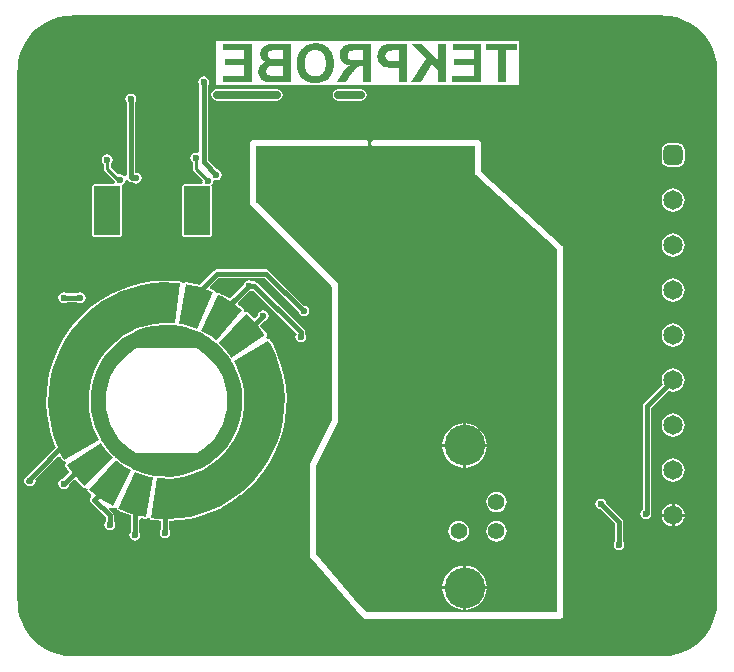
<source format=gbl>
G04*
G04 #@! TF.GenerationSoftware,Altium Limited,Altium Designer,20.0.13 (296)*
G04*
G04 Layer_Physical_Order=2*
G04 Layer_Color=16711680*
%FSLAX25Y25*%
%MOIN*%
G70*
G01*
G75*
%ADD16C,0.03937*%
%ADD42C,0.00945*%
%ADD43C,0.02500*%
%ADD45C,0.01500*%
%ADD47C,0.05591*%
%ADD48C,0.13583*%
%ADD49C,0.06496*%
G04:AMPARAMS|DCode=50|XSize=64.96mil|YSize=64.96mil|CornerRadius=16.24mil|HoleSize=0mil|Usage=FLASHONLY|Rotation=270.000|XOffset=0mil|YOffset=0mil|HoleType=Round|Shape=RoundedRectangle|*
%AMROUNDEDRECTD50*
21,1,0.06496,0.03248,0,0,270.0*
21,1,0.03248,0.06496,0,0,270.0*
1,1,0.03248,-0.01624,-0.01624*
1,1,0.03248,-0.01624,0.01624*
1,1,0.03248,0.01624,0.01624*
1,1,0.03248,0.01624,-0.01624*
%
%ADD50ROUNDEDRECTD50*%
%ADD51C,0.23622*%
%ADD52C,0.01968*%
%ADD53C,0.02362*%
G36*
X215739Y215016D02*
X216538Y215016D01*
Y215006D01*
X216539Y215006D01*
X217324Y214973D01*
X218911Y214869D01*
X221242Y214405D01*
X223493Y213641D01*
X225624Y212590D01*
X227601Y211269D01*
X229387Y209702D01*
X230955Y207916D01*
X232275Y205939D01*
X233326Y203808D01*
X234090Y201557D01*
X234554Y199226D01*
X234658Y197640D01*
X234691Y196853D01*
X234691Y196853D01*
X234701D01*
X234701Y196054D01*
Y20481D01*
X234701Y19713D01*
X234693Y19705D01*
X234691Y19695D01*
X234691Y19695D01*
Y19689D01*
X234669Y19169D01*
X234658Y18895D01*
X234554Y17309D01*
X234090Y14978D01*
X233326Y12728D01*
X232275Y10596D01*
X230955Y8620D01*
X229387Y6833D01*
X227601Y5266D01*
X225624Y3946D01*
X223493Y2894D01*
X221242Y2130D01*
X218911Y1667D01*
X217325Y1563D01*
X216539Y1529D01*
X216538Y1529D01*
Y1520D01*
X20471D01*
X19682Y1520D01*
Y1529D01*
X19672Y1528D01*
X18889Y1563D01*
X17309Y1667D01*
X14978Y2130D01*
X12728Y2894D01*
X10596Y3946D01*
X8620Y5266D01*
X6833Y6833D01*
X5266Y8620D01*
X3946Y10596D01*
X2894Y12728D01*
X2130Y14978D01*
X1667Y17309D01*
X1563Y18896D01*
X1529Y19682D01*
X1529Y19682D01*
X1520D01*
X1520Y196054D01*
X1520Y196853D01*
X1529D01*
X1529Y196853D01*
X1563Y197640D01*
X1667Y199226D01*
X2130Y201557D01*
X2894Y203808D01*
X3946Y205939D01*
X5266Y207916D01*
X6833Y209702D01*
X8620Y211269D01*
X10596Y212590D01*
X12728Y213641D01*
X14978Y214405D01*
X17309Y214869D01*
X18889Y214972D01*
X19672Y215008D01*
X19682Y215006D01*
Y215016D01*
X20471Y215016D01*
X215739D01*
D02*
G37*
%LPC*%
G36*
X168600Y206378D02*
X67801D01*
Y191900D01*
X168600D01*
Y206378D01*
D02*
G37*
G36*
X116000Y190386D02*
X108500D01*
X107778Y190243D01*
X107166Y189834D01*
X106757Y189222D01*
X106614Y188500D01*
X106757Y187778D01*
X107166Y187166D01*
X107778Y186757D01*
X108500Y186614D01*
X116000D01*
X116722Y186757D01*
X117334Y187166D01*
X117743Y187778D01*
X117886Y188500D01*
X117743Y189222D01*
X117334Y189834D01*
X116722Y190243D01*
X116000Y190386D01*
D02*
G37*
G36*
X68000Y190517D02*
X67278Y190374D01*
X66666Y189965D01*
X66257Y189353D01*
X66114Y188631D01*
Y188500D01*
X66257Y187778D01*
X66666Y187166D01*
X67278Y186757D01*
X68000Y186614D01*
X88000D01*
X88722Y186757D01*
X89334Y187166D01*
X89743Y187778D01*
X89886Y188500D01*
X89743Y189222D01*
X89334Y189834D01*
X88722Y190243D01*
X88000Y190386D01*
X68659D01*
X68000Y190517D01*
D02*
G37*
G36*
X63541Y194750D02*
X62846Y194611D01*
X62257Y194218D01*
X61863Y193629D01*
X61725Y192934D01*
X61863Y192239D01*
X62164Y191788D01*
Y169753D01*
X61364Y169244D01*
X61000Y169316D01*
X60305Y169178D01*
X59716Y168784D01*
X59322Y168195D01*
X59184Y167500D01*
X59322Y166805D01*
X59716Y166216D01*
X59907Y166088D01*
Y164000D01*
X59907Y164000D01*
X59990Y163582D01*
X60227Y163227D01*
X63229Y160225D01*
X63184Y160000D01*
X63252Y159657D01*
X62732Y158857D01*
X57054Y158857D01*
X56595Y158667D01*
X56405Y158208D01*
X56405Y141716D01*
X56595Y141257D01*
X57054Y141066D01*
X65695D01*
X66154Y141257D01*
X66344Y141716D01*
X66344Y158208D01*
X66167Y158637D01*
X66284Y158716D01*
X66678Y159305D01*
X66729Y159565D01*
X67012Y160036D01*
X67598Y160145D01*
X67827Y160100D01*
X68522Y160238D01*
X69111Y160632D01*
X69505Y161221D01*
X69643Y161916D01*
X69505Y162611D01*
X69111Y163200D01*
X68522Y163594D01*
X67990Y163699D01*
X64917Y166772D01*
Y191788D01*
X65219Y192239D01*
X65357Y192934D01*
X65219Y193629D01*
X64825Y194218D01*
X64236Y194611D01*
X63541Y194750D01*
D02*
G37*
G36*
X221715Y172392D02*
X218466D01*
X217599Y172219D01*
X216863Y171727D01*
X216372Y170992D01*
X216199Y170124D01*
Y166876D01*
X216372Y166008D01*
X216863Y165273D01*
X217599Y164781D01*
X218466Y164608D01*
X221715D01*
X222582Y164781D01*
X223318Y165273D01*
X223810Y166008D01*
X223982Y166876D01*
Y170124D01*
X223810Y170992D01*
X223318Y171727D01*
X222582Y172219D01*
X221715Y172392D01*
D02*
G37*
G36*
X39261Y188927D02*
X38566Y188789D01*
X37977Y188395D01*
X37584Y187806D01*
X37445Y187111D01*
X37584Y186416D01*
X37885Y185965D01*
Y161701D01*
X37085Y161458D01*
X37034Y161534D01*
X36445Y161928D01*
X35750Y162066D01*
X35108Y161938D01*
X32594Y164453D01*
Y165671D01*
X32660Y165716D01*
X33054Y166305D01*
X33192Y167000D01*
X33054Y167695D01*
X32660Y168284D01*
X32071Y168678D01*
X31376Y168816D01*
X30681Y168678D01*
X30092Y168284D01*
X29699Y167695D01*
X29560Y167000D01*
X29699Y166305D01*
X30092Y165716D01*
X30406Y165506D01*
Y164000D01*
X30406Y164000D01*
X30490Y163582D01*
X30727Y163227D01*
X33991Y159962D01*
X34052Y159657D01*
X33973Y159416D01*
X33576Y158857D01*
X27054Y158857D01*
X26595Y158667D01*
X26405Y158208D01*
X26405Y141716D01*
X26595Y141257D01*
X27054Y141066D01*
X35695D01*
X36154Y141257D01*
X36344Y141716D01*
X36344Y158208D01*
X36303Y158307D01*
X36445Y158572D01*
X37034Y158966D01*
X37428Y159555D01*
X37496Y159899D01*
X38081Y160087D01*
X38350Y160091D01*
X38677Y159765D01*
X39123Y159467D01*
X39650Y159362D01*
X39893D01*
X40344Y159061D01*
X41039Y158922D01*
X41734Y159061D01*
X42323Y159454D01*
X42717Y160043D01*
X42855Y160738D01*
X42717Y161433D01*
X42323Y162022D01*
X41734Y162416D01*
X41039Y162554D01*
X40638Y162883D01*
Y185965D01*
X40939Y186416D01*
X41077Y187111D01*
X40939Y187806D01*
X40545Y188395D01*
X39956Y188789D01*
X39261Y188927D01*
D02*
G37*
G36*
X220091Y157381D02*
X219086Y157249D01*
X218150Y156861D01*
X217346Y156244D01*
X216729Y155441D01*
X216342Y154505D01*
X216209Y153500D01*
X216342Y152496D01*
X216729Y151559D01*
X217346Y150756D01*
X218150Y150139D01*
X219086Y149751D01*
X220091Y149619D01*
X221095Y149751D01*
X222031Y150139D01*
X222835Y150756D01*
X223452Y151559D01*
X223839Y152496D01*
X223972Y153500D01*
X223839Y154505D01*
X223452Y155441D01*
X222835Y156244D01*
X222031Y156861D01*
X221095Y157249D01*
X220091Y157381D01*
D02*
G37*
G36*
Y142381D02*
X219086Y142249D01*
X218150Y141861D01*
X217346Y141244D01*
X216729Y140441D01*
X216342Y139505D01*
X216209Y138500D01*
X216342Y137496D01*
X216729Y136559D01*
X217346Y135756D01*
X218150Y135139D01*
X219086Y134751D01*
X220091Y134619D01*
X221095Y134751D01*
X222031Y135139D01*
X222835Y135756D01*
X223452Y136559D01*
X223839Y137496D01*
X223972Y138500D01*
X223839Y139505D01*
X223452Y140441D01*
X222835Y141244D01*
X222031Y141861D01*
X221095Y142249D01*
X220091Y142381D01*
D02*
G37*
G36*
X22500Y122816D02*
X21805Y122678D01*
X21354Y122376D01*
X18146D01*
X17695Y122678D01*
X17000Y122816D01*
X16305Y122678D01*
X15716Y122284D01*
X15322Y121695D01*
X15184Y121000D01*
X15322Y120305D01*
X15716Y119716D01*
X16305Y119322D01*
X17000Y119184D01*
X17695Y119322D01*
X18146Y119623D01*
X21354D01*
X21805Y119322D01*
X22500Y119184D01*
X23195Y119322D01*
X23784Y119716D01*
X24178Y120305D01*
X24316Y121000D01*
X24178Y121695D01*
X23784Y122284D01*
X23195Y122678D01*
X22500Y122816D01*
D02*
G37*
G36*
X220091Y127381D02*
X219086Y127249D01*
X218150Y126861D01*
X217346Y126244D01*
X216729Y125441D01*
X216342Y124504D01*
X216209Y123500D01*
X216342Y122495D01*
X216729Y121559D01*
X217346Y120756D01*
X218150Y120139D01*
X219086Y119751D01*
X220091Y119619D01*
X221095Y119751D01*
X222031Y120139D01*
X222835Y120756D01*
X223452Y121559D01*
X223839Y122495D01*
X223972Y123500D01*
X223839Y124504D01*
X223452Y125441D01*
X222835Y126244D01*
X222031Y126861D01*
X221095Y127249D01*
X220091Y127381D01*
D02*
G37*
G36*
X67917Y130377D02*
X67391Y130272D01*
X66944Y129973D01*
X66944Y129973D01*
X62112Y125141D01*
X61310Y125376D01*
X61289Y125374D01*
X61272Y125386D01*
X58967Y125914D01*
X58947Y125910D01*
X58929Y125921D01*
X57780Y126113D01*
X57763Y126116D01*
X57762Y126116D01*
X57762Y126116D01*
X57762Y126116D01*
X57762Y126116D01*
X57757Y126117D01*
X57757Y126117D01*
X57651Y126092D01*
X57625Y126103D01*
X57601Y126093D01*
X57504Y126109D01*
X57504Y126109D01*
X57494Y126106D01*
X57494Y126106D01*
X57485Y126100D01*
X57485Y126100D01*
X57389Y126031D01*
X57266Y126003D01*
X57263Y126002D01*
X57263Y126002D01*
X57255Y125996D01*
X57255Y125996D01*
X57249Y125987D01*
X57248Y125987D01*
X57214Y125933D01*
X57166Y125912D01*
X57142Y125855D01*
X57089Y125817D01*
X56298Y125895D01*
X56280Y125897D01*
X56270Y125921D01*
X56211Y126127D01*
X56177Y126146D01*
X56161Y126183D01*
X55964Y126265D01*
Y126265D01*
X55946Y126275D01*
X55777Y126369D01*
X53977Y126577D01*
X53947Y126568D01*
X53918Y126581D01*
X50295Y126665D01*
X50266Y126653D01*
X50235Y126663D01*
X46621Y126414D01*
X46592Y126400D01*
X46561Y126407D01*
X42985Y125827D01*
X42958Y125811D01*
X42926Y125815D01*
X39418Y124909D01*
X39393Y124890D01*
X39361Y124891D01*
X35951Y123667D01*
X35927Y123645D01*
X35896Y123644D01*
X32612Y122111D01*
X32591Y122088D01*
X32560Y122084D01*
X29431Y120256D01*
X29412Y120231D01*
X29381Y120224D01*
X26433Y118116D01*
X26416Y118089D01*
X26386Y118079D01*
X23645Y115710D01*
X23630Y115682D01*
X23601Y115669D01*
X21089Y113058D01*
X21077Y113029D01*
X21049Y113014D01*
X18788Y110183D01*
X18779Y110153D01*
X18752Y110135D01*
X16760Y107108D01*
X16754Y107077D01*
X16729Y107057D01*
X15023Y103861D01*
X15020Y103829D01*
X14997Y103807D01*
X13592Y100467D01*
X13592Y100435D01*
X13571Y100411D01*
X12479Y96956D01*
X12481Y96925D01*
X12463Y96899D01*
X11692Y93358D01*
X11698Y93327D01*
X11682Y93300D01*
X11240Y89703D01*
X11248Y89673D01*
X11235Y89644D01*
X11125Y86022D01*
X11136Y85992D01*
X11126Y85962D01*
X11349Y82346D01*
X11363Y82317D01*
X11355Y82286D01*
X11909Y78706D01*
X11925Y78679D01*
X11921Y78647D01*
X12801Y75132D01*
X12820Y75107D01*
X12818Y75075D01*
X14018Y71656D01*
X14039Y71632D01*
X14040Y71601D01*
X14272Y71095D01*
X4538Y61361D01*
X4430Y61289D01*
X4358Y61181D01*
X4141Y60964D01*
X3843Y60518D01*
X3738Y59991D01*
X3843Y59464D01*
X4141Y59018D01*
X4306Y58908D01*
X4430Y58721D01*
X5020Y58327D01*
X5714Y58189D01*
X6409Y58327D01*
X6999Y58721D01*
X7392Y59310D01*
X7530Y60005D01*
X7455Y60385D01*
X14898Y67828D01*
X15897Y67695D01*
X16478Y66682D01*
X16872Y66379D01*
X17196Y66421D01*
X17223Y66391D01*
X17602Y65768D01*
X17616Y65730D01*
X17430Y65462D01*
X17518Y64973D01*
X18151Y63988D01*
X18168Y63976D01*
X18173Y63956D01*
X18948Y62895D01*
X16837Y60784D01*
X16305Y60678D01*
X15716Y60284D01*
X15322Y59695D01*
X15184Y59000D01*
X15322Y58305D01*
X15716Y57716D01*
X16305Y57322D01*
X17000Y57184D01*
X17695Y57322D01*
X18284Y57716D01*
X18678Y58305D01*
X18784Y58837D01*
X20244Y60298D01*
X20793Y60272D01*
X21183Y60105D01*
X22687Y58489D01*
X22706Y58480D01*
X22715Y58461D01*
X23561Y57654D01*
X23695Y57602D01*
X23787Y57566D01*
X23787D01*
X24010Y57474D01*
X24017Y57477D01*
X24025Y57474D01*
X24325Y57603D01*
X24348Y57589D01*
X24846Y57149D01*
X24918Y57051D01*
X24820Y56753D01*
X24895Y56605D01*
X25043Y56309D01*
X25895Y55575D01*
X25973Y55467D01*
X26063Y55257D01*
X26104Y54652D01*
X26027Y54575D01*
X25728Y54128D01*
X25624Y53601D01*
X25728Y53075D01*
X26027Y52628D01*
X30864Y47790D01*
Y46405D01*
X30563Y45954D01*
X30425Y45259D01*
X30563Y44564D01*
X30957Y43975D01*
X31546Y43581D01*
X32241Y43443D01*
X32936Y43581D01*
X33525Y43975D01*
X33919Y44564D01*
X34057Y45259D01*
X33919Y45954D01*
X33617Y46405D01*
Y48360D01*
X33512Y48887D01*
X33214Y49334D01*
X33214Y49334D01*
X31948Y50600D01*
X32424Y51255D01*
X33066Y50930D01*
X33218Y50918D01*
X33360Y50859D01*
X33360Y50859D01*
X33457Y50899D01*
X33561Y50891D01*
X33677Y50991D01*
X33782Y51034D01*
X33782Y51034D01*
X34538Y50723D01*
X34538Y50723D01*
X34530Y50429D01*
X34872Y50069D01*
X35957Y49584D01*
X35978Y49584D01*
X35993Y49570D01*
X38218Y48734D01*
X38239Y48734D01*
X38255Y48721D01*
X39278Y48406D01*
Y42958D01*
X38976Y42507D01*
X38838Y41812D01*
X38976Y41117D01*
X39370Y40528D01*
X39959Y40134D01*
X40654Y39996D01*
X41349Y40134D01*
X41938Y40528D01*
X42332Y41117D01*
X42470Y41812D01*
X42332Y42507D01*
X42031Y42958D01*
Y47006D01*
X42660Y47500D01*
X42873Y47449D01*
X42893Y47452D01*
X42911Y47440D01*
X43917Y47259D01*
X44080Y47230D01*
X44081Y47230D01*
X44140Y47243D01*
X44196Y47219D01*
X44376Y47294D01*
X44566Y47335D01*
X44566Y47335D01*
X44599Y47386D01*
X44655Y47409D01*
X45433Y47512D01*
X45504Y47501D01*
X45542Y47486D01*
X45627Y47171D01*
X46058Y46924D01*
X47877Y46689D01*
X47908Y46698D01*
X47937Y46684D01*
X49296Y46636D01*
Y43725D01*
X48994Y43273D01*
X48856Y42579D01*
X48994Y41884D01*
X49388Y41295D01*
X49977Y40901D01*
X50672Y40763D01*
X51367Y40901D01*
X51956Y41295D01*
X52350Y41884D01*
X52488Y42579D01*
X52350Y43273D01*
X52049Y43725D01*
Y46578D01*
X55323Y46767D01*
X55352Y46781D01*
X55383Y46774D01*
X59009Y47325D01*
X59036Y47341D01*
X59068Y47337D01*
X62627Y48223D01*
X62653Y48242D01*
X62685Y48240D01*
X66146Y49453D01*
X66170Y49474D01*
X66202Y49475D01*
X69535Y51004D01*
X69557Y51028D01*
X69589Y51032D01*
X72765Y52864D01*
X72785Y52890D01*
X72816Y52897D01*
X75809Y55017D01*
X75826Y55044D01*
X75857Y55054D01*
X78639Y57443D01*
X78654Y57471D01*
X78683Y57484D01*
X81232Y60121D01*
X81243Y60151D01*
X81272Y60166D01*
X83564Y63029D01*
X83573Y63060D01*
X83600Y63078D01*
X85616Y66141D01*
X85622Y66172D01*
X85647Y66193D01*
X87370Y69430D01*
X87373Y69462D01*
X87396Y69485D01*
X88810Y72868D01*
X88810Y72900D01*
X88831Y72925D01*
X89925Y76425D01*
X89922Y76457D01*
X89941Y76484D01*
X90705Y80070D01*
X90699Y80102D01*
X90714Y80130D01*
X91142Y83772D01*
X91133Y83803D01*
X91146Y83833D01*
X91233Y87499D01*
X91221Y87529D01*
X91232Y87559D01*
X90977Y91217D01*
X90963Y91246D01*
X90970Y91277D01*
X90377Y94897D01*
X90360Y94924D01*
X90365Y94956D01*
X89438Y98504D01*
X89418Y98529D01*
X89420Y98562D01*
X88167Y102008D01*
X88145Y102032D01*
X88144Y102064D01*
X86576Y105379D01*
X86552Y105401D01*
X86548Y105433D01*
X85613Y107010D01*
Y107010D01*
X85546Y107061D01*
X85514Y107138D01*
X85354Y107205D01*
X85215Y107308D01*
X85132Y107296D01*
X85054Y107329D01*
X84895Y107262D01*
X84892Y107262D01*
X84878Y107277D01*
X84500Y107965D01*
X84540Y108062D01*
X84645Y108218D01*
X84632Y108284D01*
X84658Y108347D01*
X84587Y108521D01*
X84551Y108706D01*
X83894Y109698D01*
X83876Y109710D01*
X83871Y109730D01*
X82439Y111632D01*
X82785Y112338D01*
X83663Y113216D01*
X84195Y113322D01*
X84784Y113716D01*
X85178Y114305D01*
X85316Y115000D01*
X85178Y115695D01*
X84784Y116284D01*
X84195Y116678D01*
X83500Y116816D01*
X82805Y116678D01*
X82216Y116284D01*
X81822Y115695D01*
X81716Y115163D01*
X80862Y114309D01*
X80063Y114317D01*
X79194Y115220D01*
X79174Y115228D01*
X79166Y115247D01*
X78290Y116054D01*
X77823Y116225D01*
X77485Y116068D01*
X77363Y116140D01*
X77047Y116400D01*
X76876Y116601D01*
X76909Y116705D01*
X76978Y116928D01*
X76978Y116929D01*
X76978Y116929D01*
X76860Y117154D01*
X76747Y117368D01*
X76747Y117368D01*
X76747Y117369D01*
X75848Y118116D01*
X75828Y118122D01*
X75817Y118140D01*
X75089Y118675D01*
X75029Y119473D01*
X78756Y123200D01*
X79288Y123306D01*
X79739Y123608D01*
X79946D01*
X94555Y108998D01*
Y108989D01*
X94254Y108538D01*
X94116Y107843D01*
X94254Y107148D01*
X94648Y106559D01*
X95237Y106166D01*
X95932Y106027D01*
X96627Y106166D01*
X97216Y106559D01*
X97609Y107148D01*
X97748Y107843D01*
X97609Y108538D01*
X97308Y108989D01*
Y109568D01*
X97203Y110095D01*
X96905Y110542D01*
X81489Y125957D01*
X81043Y126256D01*
X80516Y126360D01*
X79739D01*
X79288Y126662D01*
X78593Y126800D01*
X77898Y126662D01*
X77309Y126268D01*
X76915Y125679D01*
X76809Y125147D01*
X72641Y120979D01*
X71905Y120839D01*
X69870Y121991D01*
X69849Y121994D01*
X69835Y122009D01*
X68785Y122524D01*
X68785Y122524D01*
X68785Y122524D01*
X68637Y122534D01*
X68499Y122591D01*
X68499Y122590D01*
X68398Y122549D01*
X68289Y122556D01*
X68289Y122555D01*
X68289Y122555D01*
X68177Y122457D01*
X68084Y122419D01*
X67457Y122723D01*
X67377Y122797D01*
X67374Y122800D01*
X67374Y122806D01*
X67328Y122915D01*
X67332Y123012D01*
X67325Y123019D01*
X67325Y123028D01*
X67325Y123028D01*
X67325Y123050D01*
X67321Y123060D01*
X67231Y123150D01*
X67183Y123268D01*
X67176Y123275D01*
Y123275D01*
X67058Y123325D01*
X66969Y123417D01*
X66965Y123419D01*
X66965Y123419D01*
X65878Y123885D01*
X65724Y124052D01*
X65576Y124712D01*
X68488Y127624D01*
X83930D01*
X95216Y116337D01*
X95322Y115805D01*
X95716Y115216D01*
X96305Y114822D01*
X97000Y114684D01*
X97695Y114822D01*
X98284Y115216D01*
X98678Y115805D01*
X98816Y116500D01*
X98678Y117195D01*
X98284Y117784D01*
X97695Y118178D01*
X97163Y118284D01*
X85473Y129973D01*
X85027Y130272D01*
X84500Y130376D01*
X67917D01*
X67917Y130377D01*
D02*
G37*
G36*
X220091Y112381D02*
X219086Y112249D01*
X218150Y111861D01*
X217346Y111244D01*
X216729Y110441D01*
X216342Y109504D01*
X216209Y108500D01*
X216342Y107495D01*
X216729Y106559D01*
X217346Y105756D01*
X218150Y105139D01*
X219086Y104751D01*
X220091Y104619D01*
X221095Y104751D01*
X222031Y105139D01*
X222835Y105756D01*
X223452Y106559D01*
X223839Y107495D01*
X223972Y108500D01*
X223839Y109504D01*
X223452Y110441D01*
X222835Y111244D01*
X222031Y111861D01*
X221095Y112249D01*
X220091Y112381D01*
D02*
G37*
G36*
Y97381D02*
X219086Y97249D01*
X218150Y96861D01*
X217346Y96244D01*
X216729Y95441D01*
X216342Y94504D01*
X216209Y93500D01*
X216342Y92496D01*
X216575Y91931D01*
X210431Y85787D01*
X210132Y85340D01*
X210028Y84813D01*
Y50374D01*
X209712Y50163D01*
X209318Y49574D01*
X209180Y48879D01*
X209318Y48184D01*
X209712Y47595D01*
X210301Y47201D01*
X210996Y47063D01*
X211691Y47201D01*
X212280Y47595D01*
X212674Y48184D01*
X212812Y48879D01*
X212767Y49104D01*
X212780Y49171D01*
Y84243D01*
X218522Y89985D01*
X219086Y89751D01*
X220091Y89619D01*
X221095Y89751D01*
X222031Y90139D01*
X222835Y90756D01*
X223452Y91559D01*
X223839Y92496D01*
X223972Y93500D01*
X223839Y94504D01*
X223452Y95441D01*
X222835Y96244D01*
X222031Y96861D01*
X221095Y97249D01*
X220091Y97381D01*
D02*
G37*
G36*
Y82381D02*
X219086Y82249D01*
X218150Y81861D01*
X217346Y81244D01*
X216729Y80441D01*
X216342Y79505D01*
X216209Y78500D01*
X216342Y77495D01*
X216729Y76559D01*
X217346Y75756D01*
X218150Y75139D01*
X219086Y74751D01*
X220091Y74619D01*
X221095Y74751D01*
X222031Y75139D01*
X222835Y75756D01*
X223452Y76559D01*
X223839Y77495D01*
X223972Y78500D01*
X223839Y79505D01*
X223452Y80441D01*
X222835Y81244D01*
X222031Y81861D01*
X221095Y82249D01*
X220091Y82381D01*
D02*
G37*
G36*
X151035Y79079D02*
Y72201D01*
X157913D01*
X157820Y73150D01*
X157397Y74543D01*
X156711Y75827D01*
X155787Y76952D01*
X154662Y77876D01*
X153378Y78562D01*
X151984Y78985D01*
X151035Y79079D01*
D02*
G37*
G36*
X150035Y79079D02*
X149086Y78985D01*
X147693Y78562D01*
X146409Y77876D01*
X145284Y76952D01*
X144360Y75827D01*
X143674Y74543D01*
X143251Y73150D01*
X143158Y72201D01*
X150035D01*
Y79079D01*
D02*
G37*
G36*
Y71201D02*
X143158D01*
X143251Y70252D01*
X143674Y68858D01*
X144360Y67574D01*
X145284Y66449D01*
X146409Y65525D01*
X147693Y64839D01*
X149086Y64416D01*
X150035Y64323D01*
Y71201D01*
D02*
G37*
G36*
X157913D02*
X151035D01*
Y64323D01*
X151984Y64416D01*
X153378Y64839D01*
X154662Y65525D01*
X155787Y66449D01*
X156711Y67574D01*
X157397Y68858D01*
X157820Y70252D01*
X157913Y71201D01*
D02*
G37*
G36*
X220091Y67381D02*
X219086Y67249D01*
X218150Y66861D01*
X217346Y66244D01*
X216729Y65441D01*
X216342Y64504D01*
X216209Y63500D01*
X216342Y62495D01*
X216729Y61559D01*
X217346Y60756D01*
X218150Y60139D01*
X219086Y59751D01*
X220091Y59619D01*
X221095Y59751D01*
X222031Y60139D01*
X222835Y60756D01*
X223452Y61559D01*
X223839Y62495D01*
X223972Y63500D01*
X223839Y64504D01*
X223452Y65441D01*
X222835Y66244D01*
X222031Y66861D01*
X221095Y67249D01*
X220091Y67381D01*
D02*
G37*
G36*
X161165Y56346D02*
X160279Y56229D01*
X159453Y55887D01*
X158744Y55343D01*
X158200Y54633D01*
X157858Y53807D01*
X157741Y52921D01*
X157858Y52035D01*
X158200Y51209D01*
X158744Y50500D01*
X159453Y49955D01*
X160279Y49613D01*
X161165Y49497D01*
X162052Y49613D01*
X162878Y49955D01*
X163587Y50500D01*
X164131Y51209D01*
X164473Y52035D01*
X164590Y52921D01*
X164473Y53807D01*
X164131Y54633D01*
X163587Y55343D01*
X162878Y55887D01*
X162052Y56229D01*
X161165Y56346D01*
D02*
G37*
G36*
X220590Y52315D02*
Y49000D01*
X223906D01*
X223839Y49505D01*
X223452Y50441D01*
X222835Y51244D01*
X222031Y51861D01*
X221095Y52249D01*
X220590Y52315D01*
D02*
G37*
G36*
X219590Y52315D02*
X219086Y52249D01*
X218150Y51861D01*
X217346Y51244D01*
X216729Y50441D01*
X216342Y49505D01*
X216275Y49000D01*
X219590D01*
Y52315D01*
D02*
G37*
G36*
Y48000D02*
X216275D01*
X216342Y47495D01*
X216729Y46559D01*
X217346Y45756D01*
X218150Y45139D01*
X219086Y44751D01*
X219590Y44685D01*
Y48000D01*
D02*
G37*
G36*
X223906D02*
X220590D01*
Y44685D01*
X221095Y44751D01*
X222031Y45139D01*
X222835Y45756D01*
X223452Y46559D01*
X223839Y47495D01*
X223906Y48000D01*
D02*
G37*
G36*
X161165Y46503D02*
X160279Y46387D01*
X159453Y46044D01*
X158744Y45500D01*
X158200Y44791D01*
X157858Y43965D01*
X157741Y43079D01*
X157858Y42192D01*
X158200Y41366D01*
X158744Y40657D01*
X159453Y40113D01*
X160279Y39771D01*
X161165Y39654D01*
X162052Y39771D01*
X162878Y40113D01*
X163587Y40657D01*
X164131Y41366D01*
X164473Y42192D01*
X164590Y43079D01*
X164473Y43965D01*
X164131Y44791D01*
X163587Y45500D01*
X162878Y46044D01*
X162052Y46387D01*
X161165Y46503D01*
D02*
G37*
G36*
X148567D02*
X147681Y46387D01*
X146855Y46044D01*
X146145Y45500D01*
X145601Y44791D01*
X145259Y43965D01*
X145142Y43079D01*
X145259Y42192D01*
X145601Y41366D01*
X146145Y40657D01*
X146855Y40113D01*
X147681Y39771D01*
X148567Y39654D01*
X149453Y39771D01*
X150279Y40113D01*
X150988Y40657D01*
X151533Y41366D01*
X151875Y42192D01*
X151991Y43079D01*
X151875Y43965D01*
X151533Y44791D01*
X150988Y45500D01*
X150279Y46044D01*
X149453Y46387D01*
X148567Y46503D01*
D02*
G37*
G36*
X195941Y54007D02*
X195246Y53869D01*
X194657Y53475D01*
X194263Y52886D01*
X194125Y52191D01*
X194263Y51496D01*
X194657Y50907D01*
X195246Y50513D01*
X195892Y50384D01*
X200634Y45642D01*
Y39765D01*
X200333Y39314D01*
X200195Y38619D01*
X200333Y37924D01*
X200727Y37335D01*
X201316Y36941D01*
X202011Y36803D01*
X202706Y36941D01*
X203295Y37335D01*
X203689Y37924D01*
X203827Y38619D01*
X203689Y39314D01*
X203387Y39765D01*
Y46212D01*
X203282Y46739D01*
X202984Y47186D01*
X197701Y52468D01*
X197618Y52886D01*
X197225Y53475D01*
X196635Y53869D01*
X195941Y54007D01*
D02*
G37*
G36*
X151035Y31677D02*
Y24799D01*
X157913D01*
X157820Y25748D01*
X157397Y27141D01*
X156711Y28425D01*
X155787Y29551D01*
X154662Y30474D01*
X153378Y31161D01*
X151984Y31583D01*
X151035Y31677D01*
D02*
G37*
G36*
X150035D02*
X149086Y31583D01*
X147693Y31161D01*
X146409Y30474D01*
X145284Y29551D01*
X144360Y28425D01*
X143674Y27141D01*
X143251Y25748D01*
X143158Y24799D01*
X150035D01*
Y31677D01*
D02*
G37*
G36*
X157913Y23799D02*
X151035D01*
Y16921D01*
X151984Y17015D01*
X153378Y17437D01*
X154662Y18124D01*
X155787Y19047D01*
X156711Y20173D01*
X157397Y21457D01*
X157820Y22850D01*
X157913Y23799D01*
D02*
G37*
G36*
X150035D02*
X143158D01*
X143251Y22850D01*
X143674Y21457D01*
X144360Y20173D01*
X145284Y19047D01*
X146409Y18124D01*
X147693Y17437D01*
X149086Y17015D01*
X150035Y16921D01*
Y23799D01*
D02*
G37*
G36*
X155000Y173520D02*
X120394D01*
X120003Y173442D01*
X119673Y173221D01*
X119452Y172890D01*
X119374Y172500D01*
X119452Y172110D01*
X119673Y171779D01*
X120003Y171558D01*
X120394Y171480D01*
X153980D01*
Y162500D01*
X153985Y162476D01*
X153982Y162452D01*
X154024Y162282D01*
X154058Y162110D01*
X154072Y162089D01*
X154078Y162065D01*
X154182Y161925D01*
X154279Y161779D01*
X154299Y161765D01*
X154314Y161746D01*
X181480Y137049D01*
Y16020D01*
X117922D01*
X115749Y18193D01*
X101020Y35377D01*
Y64759D01*
X108412Y79544D01*
X108422Y79579D01*
X108442Y79610D01*
X108474Y79770D01*
X108517Y79928D01*
X108512Y79964D01*
X108520Y80000D01*
Y125000D01*
X108442Y125390D01*
X108221Y125721D01*
X81020Y152922D01*
Y171480D01*
X117500D01*
X117890Y171558D01*
X118221Y171779D01*
X118442Y172110D01*
X118520Y172500D01*
X118442Y172890D01*
X118221Y173221D01*
X117890Y173442D01*
X117500Y173520D01*
X80000D01*
X79610Y173442D01*
X79279Y173221D01*
X79058Y172890D01*
X78980Y172500D01*
Y152500D01*
X79058Y152110D01*
X79279Y151779D01*
X106480Y124578D01*
Y80241D01*
X99088Y65456D01*
X99078Y65421D01*
X99058Y65390D01*
X99026Y65230D01*
X98983Y65072D01*
X98988Y65036D01*
X98980Y65000D01*
Y35000D01*
X99012Y34843D01*
X99031Y34683D01*
X99050Y34649D01*
X99058Y34610D01*
X99147Y34476D01*
X99226Y34337D01*
X114226Y16837D01*
X114257Y16812D01*
X114279Y16779D01*
X116779Y14279D01*
X117110Y14058D01*
X117500Y13980D01*
X182500D01*
X182890Y14058D01*
X183221Y14279D01*
X183442Y14610D01*
X183520Y15000D01*
Y137500D01*
X183515Y137524D01*
X183518Y137548D01*
X183476Y137718D01*
X183442Y137890D01*
X183428Y137911D01*
X183422Y137935D01*
X183318Y138075D01*
X183221Y138221D01*
X183201Y138235D01*
X183186Y138254D01*
X156020Y162951D01*
Y172500D01*
X155942Y172890D01*
X155721Y173221D01*
X155390Y173442D01*
X155000Y173520D01*
D02*
G37*
%LPD*%
G36*
X144226Y192733D02*
X141644D01*
Y196598D01*
X139545Y198748D01*
X136013Y192733D01*
X132664D01*
X137762Y200563D01*
X132914Y205545D01*
X136396D01*
X141644Y199847D01*
Y205545D01*
X144226D01*
Y192733D01*
D02*
G37*
G36*
X168000Y203379D02*
X164201D01*
Y192733D01*
X161619D01*
Y203379D01*
X157837D01*
Y205545D01*
X168000D01*
Y203379D01*
D02*
G37*
G36*
X156155Y192733D02*
X146425D01*
Y194899D01*
X153572D01*
Y198381D01*
X147158D01*
Y200547D01*
X153572D01*
Y203379D01*
X146675D01*
Y205545D01*
X156155D01*
Y192733D01*
D02*
G37*
G36*
X131298D02*
X128716D01*
Y197565D01*
X126716D01*
X126417Y197581D01*
X126133D01*
X125883Y197598D01*
X125634Y197615D01*
X125417Y197631D01*
X125217Y197648D01*
X125050Y197665D01*
X124884Y197681D01*
X124751Y197698D01*
X124634D01*
X124534Y197715D01*
X124467Y197731D01*
X124417Y197748D01*
X124367D01*
X124118Y197815D01*
X123868Y197898D01*
X123651Y197998D01*
X123451Y198098D01*
X123268Y198198D01*
X123151Y198281D01*
X123068Y198331D01*
X123035Y198348D01*
X122801Y198531D01*
X122585Y198748D01*
X122402Y198947D01*
X122235Y199164D01*
X122102Y199331D01*
X122018Y199480D01*
X121952Y199581D01*
X121935Y199597D01*
Y199614D01*
X121785Y199930D01*
X121685Y200264D01*
X121602Y200597D01*
X121552Y200913D01*
X121519Y201180D01*
Y201296D01*
X121502Y201396D01*
Y201480D01*
Y201546D01*
Y201580D01*
Y201596D01*
Y201880D01*
X121535Y202146D01*
X121619Y202629D01*
X121669Y202863D01*
X121735Y203062D01*
X121802Y203246D01*
X121869Y203429D01*
X121952Y203579D01*
X122018Y203712D01*
X122085Y203829D01*
X122135Y203929D01*
X122185Y203995D01*
X122218Y204045D01*
X122235Y204079D01*
X122252Y204095D01*
X122552Y204429D01*
X122851Y204695D01*
X123168Y204912D01*
X123451Y205078D01*
X123701Y205212D01*
X123818Y205245D01*
X123901Y205278D01*
X123984Y205311D01*
X124034Y205328D01*
X124068Y205345D01*
X124084D01*
X124234Y205378D01*
X124417Y205412D01*
X124634Y205445D01*
X124867Y205462D01*
X125367Y205495D01*
X125900Y205528D01*
X126383D01*
X126600Y205545D01*
X131298D01*
Y192733D01*
D02*
G37*
G36*
X119369D02*
X116787D01*
Y198081D01*
X115954D01*
X115688Y198064D01*
X115471Y198031D01*
X115288Y198014D01*
X115138Y197981D01*
X115055Y197948D01*
X114988Y197931D01*
X114971D01*
X114821Y197864D01*
X114671Y197781D01*
X114538Y197698D01*
X114421Y197615D01*
X114321Y197531D01*
X114255Y197465D01*
X114205Y197415D01*
X114188Y197398D01*
X114105Y197315D01*
X114022Y197215D01*
X113922Y197081D01*
X113822Y196948D01*
X113588Y196632D01*
X113372Y196315D01*
X113155Y196015D01*
X113072Y195882D01*
X112989Y195749D01*
X112922Y195649D01*
X112872Y195582D01*
X112839Y195532D01*
X112822Y195516D01*
X110956Y192733D01*
X107857D01*
X109423Y195232D01*
X109590Y195499D01*
X109757Y195749D01*
X109907Y195982D01*
X110040Y196182D01*
X110173Y196365D01*
X110306Y196532D01*
X110406Y196682D01*
X110506Y196815D01*
X110606Y196932D01*
X110690Y197031D01*
X110806Y197181D01*
X110873Y197265D01*
X110906Y197298D01*
X111123Y197515D01*
X111339Y197715D01*
X111573Y197898D01*
X111789Y198064D01*
X111989Y198198D01*
X112139Y198298D01*
X112256Y198364D01*
X112272Y198381D01*
X112289D01*
X111972Y198431D01*
X111689Y198498D01*
X111423Y198581D01*
X111173Y198664D01*
X110940Y198764D01*
X110740Y198864D01*
X110540Y198964D01*
X110373Y199064D01*
X110223Y199164D01*
X110090Y199264D01*
X109990Y199347D01*
X109907Y199414D01*
X109823Y199480D01*
X109773Y199530D01*
X109757Y199547D01*
X109740Y199564D01*
X109590Y199747D01*
X109457Y199930D01*
X109340Y200130D01*
X109240Y200330D01*
X109090Y200730D01*
X108990Y201113D01*
X108957Y201280D01*
X108940Y201446D01*
X108924Y201580D01*
X108907Y201713D01*
X108890Y201813D01*
Y201880D01*
Y201930D01*
Y201946D01*
X108907Y202363D01*
X108974Y202746D01*
X109074Y203079D01*
X109174Y203379D01*
X109274Y203629D01*
X109324Y203729D01*
X109373Y203812D01*
X109407Y203879D01*
X109440Y203929D01*
X109457Y203945D01*
Y203962D01*
X109690Y204262D01*
X109923Y204528D01*
X110173Y204745D01*
X110423Y204912D01*
X110623Y205045D01*
X110806Y205128D01*
X110873Y205162D01*
X110906Y205178D01*
X110940Y205195D01*
X110956D01*
X111139Y205262D01*
X111339Y205311D01*
X111573Y205362D01*
X111806Y205395D01*
X112306Y205462D01*
X112789Y205495D01*
X113022Y205511D01*
X113239Y205528D01*
X113438D01*
X113605Y205545D01*
X119369D01*
Y192733D01*
D02*
G37*
G36*
X92530D02*
X87732D01*
X87332Y192750D01*
X86649D01*
X86366Y192767D01*
X85883D01*
X85700Y192783D01*
X85533D01*
X85400Y192800D01*
X85200D01*
X85133Y192816D01*
X85066D01*
X84700Y192883D01*
X84367Y192966D01*
X84067Y193050D01*
X83817Y193166D01*
X83617Y193250D01*
X83451Y193333D01*
X83367Y193400D01*
X83334Y193416D01*
X83084Y193616D01*
X82851Y193833D01*
X82667Y194049D01*
X82501Y194266D01*
X82384Y194449D01*
X82284Y194599D01*
X82234Y194699D01*
X82218Y194716D01*
Y194732D01*
X82084Y195049D01*
X81984Y195349D01*
X81901Y195632D01*
X81851Y195899D01*
X81818Y196115D01*
X81801Y196282D01*
Y196349D01*
Y196398D01*
Y196415D01*
Y196432D01*
X81835Y196832D01*
X81901Y197198D01*
X82001Y197531D01*
X82118Y197815D01*
X82234Y198048D01*
X82334Y198214D01*
X82368Y198281D01*
X82401Y198331D01*
X82434Y198348D01*
Y198364D01*
X82701Y198647D01*
X82984Y198897D01*
X83284Y199097D01*
X83567Y199247D01*
X83834Y199381D01*
X83950Y199431D01*
X84034Y199464D01*
X84117Y199497D01*
X84184Y199514D01*
X84217Y199530D01*
X84233D01*
X83934Y199697D01*
X83684Y199864D01*
X83451Y200064D01*
X83267Y200247D01*
X83117Y200413D01*
X83001Y200547D01*
X82934Y200630D01*
X82917Y200663D01*
X82751Y200947D01*
X82634Y201230D01*
X82551Y201513D01*
X82501Y201763D01*
X82451Y201996D01*
X82434Y202163D01*
Y202229D01*
Y202279D01*
Y202296D01*
Y202313D01*
X82451Y202613D01*
X82501Y202896D01*
X82568Y203146D01*
X82634Y203379D01*
X82701Y203562D01*
X82767Y203696D01*
X82817Y203779D01*
X82834Y203812D01*
X82984Y204045D01*
X83151Y204262D01*
X83317Y204445D01*
X83467Y204595D01*
X83617Y204712D01*
X83717Y204812D01*
X83784Y204862D01*
X83817Y204878D01*
X84034Y205012D01*
X84267Y205128D01*
X84500Y205228D01*
X84700Y205295D01*
X84883Y205345D01*
X85017Y205378D01*
X85116Y205412D01*
X85150D01*
X85300Y205428D01*
X85466Y205462D01*
X85816Y205495D01*
X86199Y205511D01*
X86566Y205528D01*
X86899Y205545D01*
X92530D01*
Y192733D01*
D02*
G37*
G36*
X79602D02*
X69873D01*
Y194899D01*
X77020D01*
Y198381D01*
X70606D01*
Y200547D01*
X77020D01*
Y203379D01*
X70122D01*
Y205545D01*
X79602D01*
Y192733D01*
D02*
G37*
G36*
X101360Y205761D02*
X101893Y205695D01*
X102360Y205611D01*
X102576Y205561D01*
X102759Y205528D01*
X102943Y205478D01*
X103093Y205428D01*
X103226Y205378D01*
X103342Y205345D01*
X103443Y205311D01*
X103509Y205278D01*
X103542Y205262D01*
X103559D01*
X103892Y205095D01*
X104192Y204912D01*
X104475Y204728D01*
X104725Y204528D01*
X104925Y204362D01*
X105075Y204229D01*
X105175Y204129D01*
X105192Y204112D01*
X105209Y204095D01*
X105475Y203796D01*
X105708Y203496D01*
X105908Y203212D01*
X106075Y202929D01*
X106208Y202696D01*
X106308Y202513D01*
X106341Y202446D01*
X106375Y202396D01*
X106391Y202363D01*
Y202346D01*
X106591Y201830D01*
X106725Y201263D01*
X106825Y200713D01*
X106908Y200197D01*
X106924Y199964D01*
X106941Y199747D01*
X106958Y199547D01*
Y199381D01*
X106974Y199231D01*
Y199131D01*
Y199064D01*
Y199047D01*
X106958Y198481D01*
X106908Y197965D01*
X106825Y197465D01*
X106708Y196998D01*
X106591Y196565D01*
X106441Y196182D01*
X106291Y195815D01*
X106125Y195499D01*
X105975Y195199D01*
X105825Y194949D01*
X105675Y194732D01*
X105558Y194549D01*
X105442Y194416D01*
X105358Y194316D01*
X105308Y194249D01*
X105292Y194233D01*
X104959Y193933D01*
X104609Y193666D01*
X104242Y193433D01*
X103876Y193233D01*
X103492Y193066D01*
X103126Y192917D01*
X102743Y192816D01*
X102393Y192717D01*
X102060Y192650D01*
X101743Y192600D01*
X101477Y192550D01*
X101227Y192533D01*
X101027Y192517D01*
X100893Y192500D01*
X100760D01*
X100244Y192517D01*
X99761Y192583D01*
X99294Y192667D01*
X98861Y192767D01*
X98461Y192900D01*
X98095Y193050D01*
X97761Y193216D01*
X97462Y193383D01*
X97178Y193533D01*
X96945Y193700D01*
X96745Y193850D01*
X96562Y193983D01*
X96429Y194083D01*
X96345Y194183D01*
X96279Y194233D01*
X96262Y194249D01*
X95962Y194599D01*
X95696Y194966D01*
X95479Y195349D01*
X95279Y195749D01*
X95113Y196149D01*
X94979Y196565D01*
X94863Y196948D01*
X94779Y197331D01*
X94713Y197698D01*
X94646Y198031D01*
X94613Y198331D01*
X94596Y198598D01*
X94579Y198814D01*
X94563Y198981D01*
Y199081D01*
Y199097D01*
Y199114D01*
X94579Y199680D01*
X94629Y200230D01*
X94713Y200730D01*
X94829Y201197D01*
X94963Y201646D01*
X95096Y202046D01*
X95246Y202413D01*
X95412Y202746D01*
X95562Y203029D01*
X95729Y203296D01*
X95862Y203512D01*
X95995Y203696D01*
X96112Y203829D01*
X96195Y203929D01*
X96245Y203995D01*
X96262Y204012D01*
X96595Y204329D01*
X96945Y204595D01*
X97312Y204828D01*
X97678Y205028D01*
X98061Y205212D01*
X98444Y205345D01*
X98811Y205462D01*
X99161Y205561D01*
X99494Y205628D01*
X99811Y205678D01*
X100077Y205728D01*
X100327Y205745D01*
X100527Y205761D01*
X100660Y205778D01*
X100794D01*
X101360Y205761D01*
D02*
G37*
%LPC*%
G36*
X128716Y203379D02*
X127000D01*
X126783Y203362D01*
X126433D01*
X126283Y203346D01*
X126150D01*
X126017Y203329D01*
X125833Y203312D01*
X125717Y203296D01*
X125634Y203279D01*
X125617D01*
X125400Y203229D01*
X125200Y203146D01*
X125017Y203046D01*
X124867Y202946D01*
X124751Y202863D01*
X124651Y202779D01*
X124601Y202729D01*
X124584Y202713D01*
X124451Y202529D01*
X124351Y202346D01*
X124267Y202146D01*
X124217Y201963D01*
X124184Y201813D01*
X124168Y201680D01*
Y201596D01*
Y201563D01*
X124184Y201346D01*
X124217Y201163D01*
X124267Y200980D01*
X124318Y200830D01*
X124367Y200713D01*
X124417Y200630D01*
X124451Y200563D01*
X124467Y200547D01*
X124584Y200397D01*
X124717Y200280D01*
X124851Y200164D01*
X124984Y200080D01*
X125101Y200014D01*
X125200Y199964D01*
X125267Y199947D01*
X125284Y199930D01*
X125384Y199897D01*
X125517Y199864D01*
X125650Y199830D01*
X125817Y199814D01*
X126150Y199780D01*
X126483Y199764D01*
X126800Y199747D01*
X126950Y199730D01*
X128716D01*
Y203379D01*
D02*
G37*
G36*
X116787D02*
X113822D01*
X113638Y203362D01*
X113239D01*
X113155Y203346D01*
X112955D01*
X112905Y203329D01*
X112889D01*
X112672Y203279D01*
X112472Y203212D01*
X112306Y203129D01*
X112156Y203046D01*
X112056Y202962D01*
X111972Y202896D01*
X111922Y202846D01*
X111906Y202829D01*
X111789Y202663D01*
X111706Y202496D01*
X111639Y202329D01*
X111606Y202163D01*
X111573Y202013D01*
X111556Y201896D01*
Y201813D01*
Y201780D01*
X111573Y201580D01*
X111589Y201396D01*
X111639Y201230D01*
X111689Y201080D01*
X111739Y200963D01*
X111773Y200880D01*
X111806Y200830D01*
X111822Y200813D01*
X111922Y200680D01*
X112056Y200563D01*
X112172Y200480D01*
X112289Y200397D01*
X112389Y200347D01*
X112472Y200313D01*
X112539Y200280D01*
X112556D01*
X112655Y200247D01*
X112789Y200230D01*
X112939Y200214D01*
X113105Y200197D01*
X113488Y200164D01*
X113888Y200147D01*
X114255D01*
X114421Y200130D01*
X116787D01*
Y203379D01*
D02*
G37*
G36*
X89948Y203412D02*
X87349D01*
X87149Y203396D01*
X86682D01*
X86566Y203379D01*
X86349D01*
X86283Y203362D01*
X86266D01*
X86033Y203312D01*
X85833Y203262D01*
X85666Y203179D01*
X85533Y203112D01*
X85416Y203029D01*
X85350Y202979D01*
X85300Y202929D01*
X85283Y202912D01*
X85167Y202763D01*
X85083Y202613D01*
X85033Y202446D01*
X84983Y202296D01*
X84967Y202163D01*
X84950Y202046D01*
Y201979D01*
Y201946D01*
X84967Y201730D01*
X85017Y201530D01*
X85066Y201363D01*
X85133Y201213D01*
X85216Y201097D01*
X85266Y201013D01*
X85316Y200963D01*
X85333Y200947D01*
X85483Y200813D01*
X85666Y200713D01*
X85833Y200630D01*
X86000Y200563D01*
X86149Y200530D01*
X86266Y200497D01*
X86349Y200480D01*
X86466D01*
X86566Y200464D01*
X87132D01*
X87466Y200447D01*
X89948D01*
Y203412D01*
D02*
G37*
G36*
Y198314D02*
X87266D01*
X86999Y198298D01*
X86766Y198281D01*
X86549Y198264D01*
X86366D01*
X86199Y198248D01*
X86049Y198231D01*
X85933Y198214D01*
X85833Y198198D01*
X85750Y198181D01*
X85683Y198164D01*
X85600Y198148D01*
X85566Y198131D01*
X85383Y198048D01*
X85216Y197965D01*
X85066Y197864D01*
X84950Y197765D01*
X84867Y197681D01*
X84800Y197598D01*
X84767Y197548D01*
X84750Y197531D01*
X84650Y197381D01*
X84583Y197215D01*
X84533Y197048D01*
X84500Y196898D01*
X84483Y196765D01*
X84467Y196665D01*
Y196598D01*
Y196565D01*
X84483Y196315D01*
X84517Y196099D01*
X84583Y195915D01*
X84650Y195765D01*
X84717Y195632D01*
X84783Y195549D01*
X84817Y195482D01*
X84833Y195466D01*
X84983Y195332D01*
X85133Y195216D01*
X85300Y195132D01*
X85450Y195066D01*
X85583Y195016D01*
X85683Y194982D01*
X85750Y194966D01*
X85783D01*
X85866Y194949D01*
X85966D01*
X86083Y194932D01*
X86216D01*
X86499Y194916D01*
X86799D01*
X87082Y194899D01*
X89948D01*
Y198314D01*
D02*
G37*
G36*
X100910Y203562D02*
X100760D01*
X100460Y203546D01*
X100194Y203512D01*
X99927Y203462D01*
X99677Y203396D01*
X99461Y203312D01*
X99244Y203212D01*
X99044Y203112D01*
X98878Y203012D01*
X98728Y202912D01*
X98578Y202813D01*
X98461Y202713D01*
X98378Y202629D01*
X98295Y202563D01*
X98245Y202513D01*
X98211Y202479D01*
X98195Y202463D01*
X98028Y202246D01*
X97878Y202013D01*
X97745Y201763D01*
X97628Y201496D01*
X97545Y201230D01*
X97462Y200947D01*
X97345Y200413D01*
X97312Y200164D01*
X97278Y199930D01*
X97262Y199730D01*
X97245Y199547D01*
X97228Y199397D01*
Y199281D01*
Y199214D01*
Y199181D01*
X97245Y198781D01*
X97278Y198398D01*
X97328Y198048D01*
X97378Y197715D01*
X97462Y197415D01*
X97545Y197148D01*
X97628Y196898D01*
X97728Y196665D01*
X97828Y196482D01*
X97911Y196299D01*
X97995Y196165D01*
X98078Y196049D01*
X98128Y195949D01*
X98178Y195882D01*
X98211Y195849D01*
X98228Y195832D01*
X98411Y195632D01*
X98611Y195466D01*
X98828Y195316D01*
X99044Y195182D01*
X99244Y195082D01*
X99461Y194982D01*
X99861Y194849D01*
X100044Y194816D01*
X100210Y194782D01*
X100377Y194749D01*
X100510Y194732D01*
X100610Y194716D01*
X100760D01*
X101043Y194732D01*
X101310Y194766D01*
X101577Y194816D01*
X101810Y194899D01*
X102043Y194982D01*
X102243Y195066D01*
X102443Y195166D01*
X102610Y195282D01*
X102776Y195382D01*
X102909Y195482D01*
X103026Y195565D01*
X103126Y195665D01*
X103209Y195732D01*
X103259Y195782D01*
X103293Y195815D01*
X103309Y195832D01*
X103492Y196049D01*
X103642Y196299D01*
X103776Y196565D01*
X103892Y196832D01*
X103976Y197098D01*
X104059Y197381D01*
X104175Y197915D01*
X104226Y198164D01*
X104259Y198398D01*
X104276Y198614D01*
X104292Y198798D01*
X104309Y198931D01*
Y199047D01*
Y199131D01*
Y199147D01*
X104292Y199547D01*
X104259Y199930D01*
X104226Y200280D01*
X104159Y200597D01*
X104092Y200897D01*
X104009Y201163D01*
X103909Y201413D01*
X103826Y201630D01*
X103742Y201830D01*
X103642Y201996D01*
X103559Y202146D01*
X103492Y202263D01*
X103426Y202346D01*
X103376Y202413D01*
X103359Y202446D01*
X103342Y202463D01*
X103159Y202663D01*
X102943Y202829D01*
X102743Y202979D01*
X102526Y203096D01*
X102310Y203212D01*
X102093Y203296D01*
X101676Y203429D01*
X101493Y203479D01*
X101310Y203512D01*
X101160Y203529D01*
X101027Y203546D01*
X100910Y203562D01*
D02*
G37*
%LPD*%
G36*
X65695Y141716D02*
X57054D01*
X57054Y158208D01*
X64880Y158208D01*
X65000Y158184D01*
X65120Y158208D01*
X65695D01*
X65695Y141716D01*
D02*
G37*
G36*
X35695D02*
X27054D01*
X27054Y158208D01*
X35695Y158208D01*
X35695Y141716D01*
D02*
G37*
G36*
X55702Y125724D02*
D01*
Y125724D01*
Y125724D01*
D02*
G37*
G36*
X57656Y125475D02*
X58822Y125281D01*
X61127Y124753D01*
X63397Y124088D01*
X65622Y123288D01*
X66709Y122822D01*
X66713Y122820D01*
X66721Y122812D01*
X66725Y122803D01*
X66725Y122792D01*
X66723Y122787D01*
X66723Y122787D01*
X66723Y122787D01*
X66722Y122787D01*
X66722Y122786D01*
X66722Y122786D01*
X61447Y110485D01*
X61447Y110485D01*
X61445Y110480D01*
X61437Y110473D01*
X61427Y110468D01*
X61417Y110469D01*
X61412Y110471D01*
Y110471D01*
X60692Y110767D01*
X59226Y111294D01*
X57731Y111732D01*
X56213Y112079D01*
X55447Y112219D01*
X55443Y112220D01*
X55434Y112224D01*
X55428Y112232D01*
X55425Y112240D01*
Y112245D01*
Y112246D01*
X55425Y112247D01*
X55425Y112248D01*
X55425Y112249D01*
X55425Y112250D01*
X57625Y125453D01*
Y125453D01*
X57626Y125459D01*
X57632Y125467D01*
X57640Y125473D01*
X57651Y125476D01*
X57656Y125475D01*
D02*
G37*
G36*
X53903Y125932D02*
X55702Y125724D01*
X54165Y112426D01*
X52737Y112552D01*
X49871Y112565D01*
X47021Y112263D01*
X44221Y111649D01*
X41506Y110730D01*
X38909Y109518D01*
X36461Y108027D01*
X34192Y106275D01*
X32130Y104284D01*
X30300Y102079D01*
X28723Y99685D01*
X27421Y97132D01*
X26407Y94451D01*
X25694Y91675D01*
X25292Y88837D01*
X25205Y85972D01*
X25434Y83115D01*
X25976Y80300D01*
X26824Y77562D01*
X27970Y74935D01*
X28649Y73673D01*
X17041Y67006D01*
X16139Y68577D01*
X14631Y71871D01*
X13431Y75290D01*
X12551Y78805D01*
X11997Y82386D01*
X11774Y86002D01*
X11884Y89624D01*
X12327Y93220D01*
X13098Y96761D01*
X14191Y100215D01*
X15596Y103555D01*
X17302Y106751D01*
X19295Y109778D01*
X21557Y112608D01*
X24069Y115219D01*
X26811Y117588D01*
X29759Y119695D01*
X32887Y121523D01*
X36170Y123055D01*
X39581Y124280D01*
X43089Y125186D01*
X46665Y125766D01*
X50280Y126016D01*
X53903Y125932D01*
D02*
G37*
G36*
X84009Y108347D02*
Y108347D01*
D01*
Y108347D01*
D02*
G37*
G36*
X68499Y121941D02*
X69550Y121426D01*
X71585Y120274D01*
X73548Y119002D01*
X75432Y117617D01*
X76332Y116869D01*
X67802Y106622D01*
X67802D01*
X67202Y107106D01*
X65960Y108019D01*
X64666Y108856D01*
X63325Y109616D01*
X62639Y109966D01*
X68499Y121941D01*
Y121941D01*
D02*
G37*
G36*
X78726Y114769D02*
X80376Y113054D01*
X81920Y111242D01*
X83352Y109340D01*
X84009Y108347D01*
X72848Y100958D01*
X72404Y101606D01*
X71460Y102861D01*
X70441Y104057D01*
X69352Y105188D01*
X68783Y105729D01*
Y105729D01*
X77850Y115576D01*
X78726Y114769D01*
D02*
G37*
G36*
X52707Y111902D02*
X54108Y111780D01*
X54323Y111804D01*
X54750Y111831D01*
X55122Y111655D01*
X55122Y111655D01*
X55130Y111654D01*
X55155Y111643D01*
X55155Y111643D01*
X55209Y111640D01*
X55310Y111594D01*
X55331Y111580D01*
X56082Y111443D01*
X57568Y111103D01*
X59025Y110676D01*
X60458Y110161D01*
X61160Y109872D01*
X61161Y109872D01*
X61161Y109872D01*
X61165Y109870D01*
X61227Y109870D01*
X61318Y109858D01*
X61409Y109819D01*
X61688Y109743D01*
X61935Y109666D01*
X62024Y109621D01*
X62334Y109398D01*
X62344Y109387D01*
X63018Y109044D01*
X64329Y108301D01*
X65591Y107484D01*
X66805Y106591D01*
X67394Y106116D01*
X67424Y106108D01*
X67712Y105954D01*
X67788Y105908D01*
X67903Y105818D01*
X68012Y105708D01*
X68194Y105481D01*
X68309Y105304D01*
X68323Y105270D01*
X68332Y105266D01*
X68335Y105258D01*
X68894Y104727D01*
X69959Y103620D01*
X70953Y102455D01*
X71877Y101227D01*
X72312Y100591D01*
X72325Y100582D01*
X72536Y100386D01*
X72625Y100299D01*
X72741Y100129D01*
X72843Y99952D01*
X72845Y99946D01*
X72968Y99553D01*
X72970Y99542D01*
X73661Y98297D01*
X74826Y95710D01*
X75692Y93018D01*
X76253Y90246D01*
X76502Y87428D01*
X76435Y84601D01*
X76053Y81798D01*
X75361Y79056D01*
X74368Y76408D01*
X73086Y73887D01*
X71531Y71525D01*
X69722Y69350D01*
X67682Y67391D01*
X65437Y65672D01*
X63014Y64214D01*
X60443Y63034D01*
X57757Y62149D01*
X54989Y61568D01*
X52173Y61300D01*
X49336Y61347D01*
X48127Y61469D01*
X47920Y61490D01*
X47920Y61490D01*
X47909Y61487D01*
X47884Y61481D01*
X47855Y61493D01*
X47855Y61493D01*
X47437Y61448D01*
X47198Y61486D01*
X47088Y61508D01*
X46929Y61572D01*
X46727Y61660D01*
X46714Y61667D01*
X46696Y61680D01*
X45941Y61827D01*
X44451Y62190D01*
X42990Y62640D01*
X41554Y63180D01*
X40847Y63483D01*
X40828Y63483D01*
X40428Y63561D01*
X40427Y63561D01*
X40233Y63644D01*
X40047Y63742D01*
X39734Y64004D01*
X39722Y64019D01*
X39039Y64379D01*
X37713Y65156D01*
X36441Y66009D01*
X35218Y66941D01*
X34627Y67436D01*
X34609Y67441D01*
X34262Y67624D01*
X34138Y67723D01*
X33987Y67868D01*
X33865Y68021D01*
X33711Y68256D01*
X33703Y68274D01*
X33163Y68805D01*
X32133Y69910D01*
X31175Y71071D01*
X30284Y72291D01*
X29865Y72922D01*
X29851Y72931D01*
X29801Y72979D01*
X29783Y73022D01*
X29469Y73347D01*
X29340Y73573D01*
X29335Y73591D01*
X29223Y73963D01*
X29222Y73970D01*
X29221Y73980D01*
X28554Y75219D01*
X27434Y77789D01*
X26607Y80458D01*
X26078Y83202D01*
X25855Y85988D01*
X25940Y88781D01*
X26332Y91548D01*
X27027Y94255D01*
X28015Y96868D01*
X29286Y99358D01*
X30822Y101691D01*
X32607Y103842D01*
X34617Y105783D01*
X36829Y107491D01*
X39216Y108944D01*
X41748Y110126D01*
X44395Y111022D01*
X47125Y111621D01*
X49904Y111916D01*
X52707Y111902D01*
D02*
G37*
G36*
X85054Y106679D02*
X85989Y105102D01*
X87556Y101786D01*
X88809Y98340D01*
X89736Y94792D01*
X90329Y91172D01*
X90584Y87514D01*
X90497Y83848D01*
X90069Y80206D01*
X89305Y76619D01*
X88211Y73119D01*
X86797Y69735D01*
X85074Y66498D01*
X83057Y63435D01*
X80765Y60572D01*
X78216Y57935D01*
X75433Y55547D01*
X72441Y53427D01*
X69264Y51595D01*
X65931Y50065D01*
X62470Y48853D01*
X58911Y47967D01*
X55286Y47416D01*
X51625Y47204D01*
X47960Y47333D01*
X46141Y47568D01*
X47855Y60844D01*
X47855D01*
X47855Y60844D01*
Y60844D01*
X49298Y60698D01*
X52199Y60650D01*
X55087Y60925D01*
X57926Y61520D01*
X60681Y62429D01*
X63317Y63638D01*
X65803Y65134D01*
X68106Y66898D01*
X70198Y68907D01*
X72053Y71137D01*
X73648Y73560D01*
X74963Y76146D01*
X75982Y78862D01*
X76692Y81675D01*
X77083Y84549D01*
X77152Y87449D01*
X76897Y90339D01*
X76322Y93182D01*
X75433Y95943D01*
X74242Y98589D01*
X73537Y99857D01*
X85054Y106679D01*
Y106679D01*
D02*
G37*
G36*
X29324Y72562D02*
X29751Y71919D01*
X30662Y70672D01*
X31645Y69482D01*
X32697Y68352D01*
X33248Y67810D01*
X24010Y58124D01*
X24010Y58124D01*
X23163Y58931D01*
X21568Y60644D01*
X20078Y62449D01*
X18697Y64339D01*
X18064Y65324D01*
X29324Y72562D01*
X29324D01*
X29324Y72562D01*
D02*
G37*
G36*
X34210Y66938D02*
X34813Y66433D01*
X36063Y65481D01*
X37368Y64606D01*
X38724Y63811D01*
X39419Y63445D01*
X33360Y51509D01*
Y51509D01*
X32298Y52048D01*
X30242Y53253D01*
X28264Y54579D01*
X26370Y56023D01*
X25468Y56801D01*
X34210Y66938D01*
Y66938D01*
D02*
G37*
G36*
X41312Y62577D02*
X42780Y62025D01*
X44278Y61564D01*
X45801Y61193D01*
X46571Y61042D01*
X44196Y47869D01*
X44196Y47869D01*
X43026Y48080D01*
X40717Y48641D01*
X38446Y49342D01*
X36222Y50178D01*
X35137Y50662D01*
X40592Y62886D01*
X41312Y62577D01*
D02*
G37*
%LPC*%
G36*
X41410Y104089D02*
X40824Y103972D01*
X40618Y103851D01*
X40618Y103851D01*
X38857Y102675D01*
X36866Y100929D01*
X35120Y98938D01*
X33649Y96736D01*
X32478Y94361D01*
X31627Y91854D01*
X31110Y89257D01*
X30937Y86614D01*
X31110Y83972D01*
X31627Y81375D01*
X32478Y78867D01*
X33649Y76492D01*
X35120Y74290D01*
X36866Y72299D01*
X38857Y70553D01*
X40618Y69377D01*
X40618Y69377D01*
X40824Y69256D01*
X41410Y69140D01*
Y69150D01*
X60953D01*
Y69140D01*
X61538Y69256D01*
X61744Y69377D01*
X61744Y69377D01*
X63505Y70553D01*
X65496Y72299D01*
X67242Y74290D01*
X68713Y76492D01*
X69884Y78867D01*
X70736Y81375D01*
X71252Y83972D01*
X71425Y86614D01*
X71252Y89257D01*
X70736Y91854D01*
X69884Y94361D01*
X68713Y96736D01*
X67242Y98938D01*
X65496Y100929D01*
X63505Y102675D01*
X61744Y103851D01*
X61744Y103851D01*
X61538Y103972D01*
X60953Y104089D01*
Y104079D01*
X41410D01*
Y104089D01*
D02*
G37*
%LPD*%
D16*
X60261Y117594D02*
D03*
X68729Y113712D02*
D03*
X75754Y107552D02*
D03*
X80867Y99301D02*
D03*
X41670Y55764D02*
D03*
X33200Y59802D02*
D03*
X26287Y66059D02*
D03*
X21305Y74382D02*
D03*
D42*
X35500Y160000D02*
X35750Y160250D01*
X31500Y164000D02*
X35500Y160000D01*
X61000Y164000D02*
Y167500D01*
Y164000D02*
X65000Y160000D01*
X31376Y167000D02*
X31500D01*
Y164000D02*
Y167000D01*
D43*
X68000Y188500D02*
Y188631D01*
Y188500D02*
X88000D01*
X108500D02*
X116000D01*
D45*
X128250Y176750D02*
X128250D01*
X19505Y74382D02*
X21305D01*
X5700Y59991D02*
X5714Y60005D01*
X5114Y59991D02*
X19505Y74382D01*
X5114Y59991D02*
X5700D01*
X97000Y116500D02*
X97000D01*
X84500Y129000D02*
X97000Y116500D01*
X95932Y107843D02*
Y109568D01*
X67917Y129000D02*
X84500D01*
X78593Y124984D02*
X80516D01*
X95932Y109568D01*
X22500Y121000D02*
X22500Y121000D01*
X17000Y121000D02*
X17000Y121000D01*
X22500D01*
X210996Y48879D02*
Y48879D01*
X211287Y49171D01*
X195941Y52191D02*
X196032D01*
X202011Y46212D01*
X40654Y41812D02*
Y54684D01*
X40622Y54716D02*
X40654Y54684D01*
X202011Y38619D02*
Y46212D01*
X211404Y84813D02*
X220091Y93500D01*
X211404Y49171D02*
Y84813D01*
X211287Y49171D02*
X211404D01*
X39592Y160796D02*
X39650Y160738D01*
X39261Y161127D02*
X39283Y161105D01*
X39592Y160796D01*
X39261Y161127D02*
Y187111D01*
X39650Y160738D02*
X41039D01*
X63541Y166202D02*
Y192934D01*
Y166202D02*
X67827Y161916D01*
X40622Y54716D02*
X41670Y55764D01*
X32241Y45259D02*
Y48360D01*
X50672Y42579D02*
Y53024D01*
X50696Y53048D01*
X51618Y53970D01*
X27000Y53601D02*
X32241Y48360D01*
X68729Y113712D02*
Y115120D01*
X78593Y124984D01*
X60261Y117594D02*
Y121344D01*
X67917Y129000D01*
X27000Y53601D02*
X33200Y59802D01*
X75754Y107552D02*
X76052D01*
X83500Y115000D01*
X17000Y59000D02*
X24059Y66059D01*
X26287D01*
D47*
X161165Y52921D02*
D03*
Y43079D02*
D03*
X148567D02*
D03*
Y52921D02*
D03*
D48*
X150535Y24299D02*
D03*
X150535Y71701D02*
D03*
D49*
X220091Y48500D02*
D03*
Y63500D02*
D03*
Y78500D02*
D03*
Y93500D02*
D03*
Y153500D02*
D03*
Y138500D02*
D03*
Y123500D02*
D03*
Y108500D02*
D03*
D50*
Y168500D02*
D03*
D51*
X216535Y196850D02*
D03*
Y19685D02*
D03*
X19685D02*
D03*
Y196850D02*
D03*
D52*
X59063Y152532D02*
D03*
X61032Y154500D02*
D03*
X59063Y156468D02*
D03*
X54732D02*
D03*
Y152532D02*
D03*
X50913Y156500D02*
D03*
Y152500D02*
D03*
X29063Y152532D02*
D03*
X31032Y154500D02*
D03*
X29063Y156468D02*
D03*
X24732D02*
D03*
Y152532D02*
D03*
X20913Y156500D02*
D03*
Y152500D02*
D03*
X127500Y45531D02*
D03*
Y49468D02*
D03*
X129862Y45531D02*
D03*
X125138D02*
D03*
Y49468D02*
D03*
X129862D02*
D03*
D53*
X68000Y188631D02*
D03*
X5714Y60005D02*
D03*
X171242Y36919D02*
D03*
X171161Y27839D02*
D03*
X120500Y27000D02*
D03*
X97000Y116500D02*
D03*
X179000Y67000D02*
D03*
Y58000D02*
D03*
X139000Y23000D02*
D03*
X95932Y107843D02*
D03*
X110500Y36500D02*
D03*
X131000Y63281D02*
D03*
Y72000D02*
D03*
X151000Y133271D02*
D03*
X40654Y41812D02*
D03*
X119500Y133000D02*
D03*
X122000Y158000D02*
D03*
X112500D02*
D03*
X151500Y182500D02*
D03*
X134000D02*
D03*
X100000D02*
D03*
X83000D02*
D03*
X61000Y133000D02*
D03*
X51000D02*
D03*
X17000Y121000D02*
D03*
X22500Y121000D02*
D03*
X36000Y129000D02*
D03*
X16000Y129500D02*
D03*
X60589Y176447D02*
D03*
X16063Y179883D02*
D03*
X31060Y177776D02*
D03*
X46053Y179407D02*
D03*
X42881Y107687D02*
D03*
X37010Y104172D02*
D03*
X32596Y99296D02*
D03*
X29748Y93321D02*
D03*
X59826Y65539D02*
D03*
X65697Y69054D02*
D03*
X70111Y73931D02*
D03*
X72959Y79905D02*
D03*
X72122Y95563D02*
D03*
X68515Y101384D02*
D03*
X63559Y105729D02*
D03*
X57586Y108467D02*
D03*
X44472Y64852D02*
D03*
X38497Y67701D02*
D03*
X33621Y72114D02*
D03*
X30106Y77986D02*
D03*
X28408Y86602D02*
D03*
X51210Y63841D02*
D03*
X73954Y86614D02*
D03*
X51497Y109385D02*
D03*
X21378Y55894D02*
D03*
X202011Y38619D02*
D03*
X210996Y48879D02*
D03*
X195941Y52191D02*
D03*
X41039Y160738D02*
D03*
X39261Y187111D02*
D03*
X35750Y160250D02*
D03*
X63541Y192934D02*
D03*
X67827Y161916D02*
D03*
X32241Y45259D02*
D03*
X50672Y42579D02*
D03*
X78593Y124984D02*
D03*
X83500Y115000D02*
D03*
X17000Y59000D02*
D03*
X88000Y188500D02*
D03*
X108500D02*
D03*
X116000D02*
D03*
X61000Y167500D02*
D03*
X65000Y160000D02*
D03*
X31376Y167000D02*
D03*
M02*

</source>
